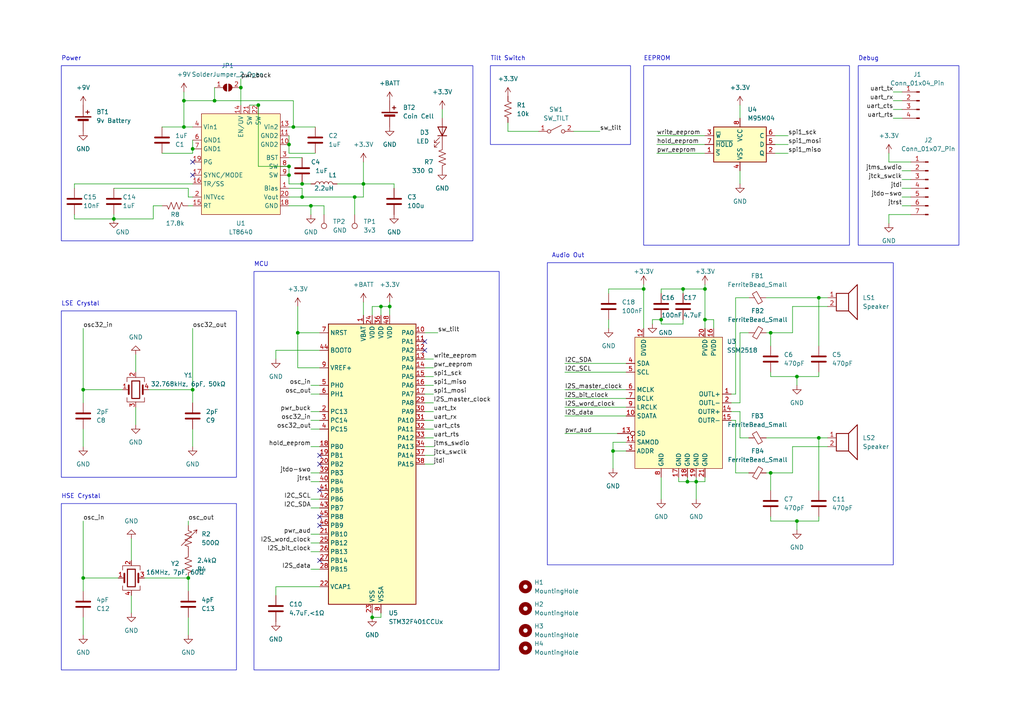
<source format=kicad_sch>
(kicad_sch (version 20230121) (generator eeschema)
  (paper "A4")
  (lib_symbols
    (symbol "Connector:Conn_01x04_Pin" (pin_names (offset 1.016) hide)
      (property "Reference" "J" (at 0 5.08 0))
      (property "Value" "Conn_01x04_Pin" (at 0 -7.62 0))
      (symbol "Conn_01x04_Pin_1_1"
        (pin passive line (at 5.08 2.54 180) (length 3.81) (name "Pin_1") (number "1"))
        (pin passive line (at 5.08 0 180) (length 3.81) (name "Pin_2") (number "2"))
        (pin passive line (at 5.08 -2.54 180) (length 3.81) (name "Pin_3") (number "3"))
        (pin passive line (at 5.08 -5.08 180) (length 3.81) (name "Pin_4") (number "4"))
      )
    )
    (symbol "Connector:Conn_01x07_Pin" (pin_names (offset 1.016) hide)
      (property "Reference" "J" (at 0 10.16 0))
      (property "Value" "Conn_01x07_Pin" (at 0 -10.16 0))
      (symbol "Conn_01x07_Pin_1_1"
        (pin passive line (at 5.08 7.62 180) (length 3.81) (name "Pin_1") (number "1"))
        (pin passive line (at 5.08 5.08 180) (length 3.81) (name "Pin_2") (number "2"))
        (pin passive line (at 5.08 2.54 180) (length 3.81) (name "Pin_3") (number "3"))
        (pin passive line (at 5.08 0 180) (length 3.81) (name "Pin_4") (number "4"))
        (pin passive line (at 5.08 -2.54 180) (length 3.81) (name "Pin_5") (number "5"))
        (pin passive line (at 5.08 -5.08 180) (length 3.81) (name "Pin_6") (number "6"))
        (pin passive line (at 5.08 -7.62 180) (length 3.81) (name "Pin_7") (number "7"))
      )
    )
    (symbol "Connector:TestPoint" (pin_numbers hide) (pin_names (offset 0.762) hide)
      (property "Reference" "TP" (at 0 6.858 0))
      (property "Value" "TestPoint" (at 0 5.08 0))
      (symbol "TestPoint_1_1"
        (pin passive line (at 0 0 90) (length 2.54) (name "1") (number "1"))
      )
    )
    (symbol "Device:Battery_Cell" (pin_numbers hide) (pin_names (offset 0) hide)
      (property "Reference" "BT" (at 2.54 2.54 0))
      (property "Value" "Battery_Cell" (at 2.54 0 0))
      (symbol "Battery_Cell_1_1"
        (pin passive line (at 0 5.08 270) (length 2.54) (name "+") (number "1"))
        (pin passive line (at 0 -2.54 90) (length 2.54) (name "-") (number "2"))
      )
    )
    (symbol "Device:C" (pin_numbers hide) (pin_names (offset 0.254))
      (property "Reference" "C" (at 0.635 2.54 0))
      (property "Value" "C" (at 0.635 -2.54 0))
      (symbol "C_1_1"
        (pin passive line (at 0 3.81 270) (length 2.794) (name "~") (number "1"))
        (pin passive line (at 0 -3.81 90) (length 2.794) (name "~") (number "2"))
      )
    )
    (symbol "Device:Crystal_GND23" (pin_names (offset 1.016) hide)
      (property "Reference" "Y" (at 3.175 5.08 0))
      (property "Value" "Crystal_GND23" (at 3.175 3.175 0))
      (symbol "Crystal_GND23_1_1"
        (pin passive line (at -3.81 0 0) (length 1.27) (name "1") (number "1"))
        (pin passive line (at 0 5.08 270) (length 1.27) (name "2") (number "2"))
        (pin passive line (at 0 -5.08 90) (length 1.27) (name "3") (number "3"))
        (pin passive line (at 3.81 0 180) (length 1.27) (name "4") (number "4"))
      )
    )
    (symbol "Device:Crystal_GND24" (pin_names (offset 1.016) hide)
      (property "Reference" "Y" (at 3.175 5.08 0))
      (property "Value" "Crystal_GND24" (at 3.175 3.175 0))
      (symbol "Crystal_GND24_1_1"
        (pin passive line (at -3.81 0 0) (length 1.27) (name "1") (number "1"))
        (pin passive line (at 0 5.08 270) (length 1.27) (name "2") (number "2"))
        (pin passive line (at 3.81 0 180) (length 1.27) (name "3") (number "3"))
        (pin passive line (at 0 -5.08 90) (length 1.27) (name "4") (number "4"))
      )
    )
    (symbol "Device:FerriteBead_Small" (pin_numbers hide) (pin_names (offset 0))
      (property "Reference" "FB" (at 1.905 1.27 0))
      (property "Value" "FerriteBead_Small" (at 1.905 -1.27 0))
      (symbol "FerriteBead_Small_1_1"
        (pin passive line (at 0 2.54 270) (length 1.27) (name "~") (number "1"))
        (pin passive line (at 0 -2.54 90) (length 1.27) (name "~") (number "2"))
      )
    )
    (symbol "Device:L" (pin_numbers hide) (pin_names (offset 1.016) hide)
      (property "Reference" "L" (at -1.27 0 90))
      (property "Value" "L" (at 1.905 0 90))
      (symbol "L_1_1"
        (pin passive line (at 0 3.81 270) (length 1.27) (name "1") (number "1"))
        (pin passive line (at 0 -3.81 90) (length 1.27) (name "2") (number "2"))
      )
    )
    (symbol "Device:LED" (pin_numbers hide) (pin_names (offset 1.016) hide)
      (property "Reference" "D" (at 0 2.54 0))
      (property "Value" "LED" (at 0 -2.54 0))
      (symbol "LED_1_1"
        (pin passive line (at -3.81 0 0) (length 2.54) (name "K") (number "1"))
        (pin passive line (at 3.81 0 180) (length 2.54) (name "A") (number "2"))
      )
    )
    (symbol "Device:R_US" (pin_numbers hide) (pin_names (offset 0))
      (property "Reference" "R" (at 2.54 0 90))
      (property "Value" "R_US" (at -2.54 0 90))
      (symbol "R_US_1_1"
        (pin passive line (at 0 3.81 270) (length 1.27) (name "~") (number "1"))
        (pin passive line (at 0 -3.81 90) (length 1.27) (name "~") (number "2"))
      )
    )
    (symbol "Device:R_Variable_US" (pin_numbers hide) (pin_names (offset 0))
      (property "Reference" "R" (at 2.54 -2.54 90))
      (property "Value" "R_Variable_US" (at -2.54 -1.27 90))
      (symbol "R_Variable_US_1_1"
        (pin passive line (at 0 3.81 270) (length 1.27) (name "~") (number "1"))
        (pin passive line (at 0 -3.81 90) (length 1.27) (name "~") (number "2"))
      )
    )
    (symbol "Device:Speaker" (pin_names (offset 0) hide)
      (property "Reference" "LS" (at 1.27 5.715 0))
      (property "Value" "Speaker" (at 1.27 3.81 0))
      (symbol "Speaker_1_1"
        (pin input line (at -5.08 0 0) (length 2.54) (name "1") (number "1"))
        (pin input line (at -5.08 -2.54 0) (length 2.54) (name "2") (number "2"))
      )
    )
    (symbol "Jumper:SolderJumper_2_Open" (pin_names (offset 0) hide)
      (property "Reference" "JP" (at 0 2.032 0))
      (property "Value" "SolderJumper_2_Open" (at 0 -2.54 0))
      (symbol "SolderJumper_2_Open_1_1"
        (pin passive line (at -3.81 0 0) (length 2.54) (name "A") (number "1"))
        (pin passive line (at 3.81 0 180) (length 2.54) (name "B") (number "2"))
      )
    )
    (symbol "MCU_ST_STM32F4:STM32F401CCUx"
      (property "Reference" "U" (at -12.7 41.91 0))
      (property "Value" "STM32F401CCUx" (at 7.62 41.91 0))
      (symbol "STM32F401CCUx_1_1"
        (pin power_in line (at -2.54 43.18 270) (length 2.54) (name "VBAT") (number "1"))
        (pin bidirectional line (at 15.24 38.1 180) (length 2.54) (name "PA0") (number "10"))
        (pin bidirectional line (at 15.24 35.56 180) (length 2.54) (name "PA1") (number "11"))
        (pin bidirectional line (at 15.24 33.02 180) (length 2.54) (name "PA2") (number "12"))
        (pin bidirectional line (at 15.24 30.48 180) (length 2.54) (name "PA3") (number "13"))
        (pin bidirectional line (at 15.24 27.94 180) (length 2.54) (name "PA4") (number "14"))
        (pin bidirectional line (at 15.24 25.4 180) (length 2.54) (name "PA5") (number "15"))
        (pin bidirectional line (at 15.24 22.86 180) (length 2.54) (name "PA6") (number "16"))
        (pin bidirectional line (at 15.24 20.32 180) (length 2.54) (name "PA7") (number "17"))
        (pin bidirectional line (at -15.24 5.08 0) (length 2.54) (name "PB0") (number "18"))
        (pin bidirectional line (at -15.24 2.54 0) (length 2.54) (name "PB1") (number "19"))
        (pin bidirectional line (at -15.24 15.24 0) (length 2.54) (name "PC13") (number "2"))
        (pin bidirectional line (at -15.24 0 0) (length 2.54) (name "PB2") (number "20"))
        (pin bidirectional line (at -15.24 -20.32 0) (length 2.54) (name "PB10") (number "21"))
        (pin power_out line (at -15.24 -35.56 0) (length 2.54) (name "VCAP1") (number "22"))
        (pin power_in line (at 0 -43.18 90) (length 2.54) (name "VSS") (number "23"))
        (pin power_in line (at 0 43.18 270) (length 2.54) (name "VDD") (number "24"))
        (pin bidirectional line (at -15.24 -22.86 0) (length 2.54) (name "PB12") (number "25"))
        (pin bidirectional line (at -15.24 -25.4 0) (length 2.54) (name "PB13") (number "26"))
        (pin bidirectional line (at -15.24 -27.94 0) (length 2.54) (name "PB14") (number "27"))
        (pin bidirectional line (at -15.24 -30.48 0) (length 2.54) (name "PB15") (number "28"))
        (pin bidirectional line (at 15.24 17.78 180) (length 2.54) (name "PA8") (number "29"))
        (pin bidirectional line (at -15.24 12.7 0) (length 2.54) (name "PC14") (number "3"))
        (pin bidirectional line (at 15.24 15.24 180) (length 2.54) (name "PA9") (number "30"))
        (pin bidirectional line (at 15.24 12.7 180) (length 2.54) (name "PA10") (number "31"))
        (pin bidirectional line (at 15.24 10.16 180) (length 2.54) (name "PA11") (number "32"))
        (pin bidirectional line (at 15.24 7.62 180) (length 2.54) (name "PA12") (number "33"))
        (pin bidirectional line (at 15.24 5.08 180) (length 2.54) (name "PA13") (number "34"))
        (pin passive line (at 0 -43.18 90) (length 2.54) hide (name "VSS") (number "35"))
        (pin power_in line (at 2.54 43.18 270) (length 2.54) (name "VDD") (number "36"))
        (pin bidirectional line (at 15.24 2.54 180) (length 2.54) (name "PA14") (number "37"))
        (pin bidirectional line (at 15.24 0 180) (length 2.54) (name "PA15") (number "38"))
        (pin bidirectional line (at -15.24 -2.54 0) (length 2.54) (name "PB3") (number "39"))
        (pin bidirectional line (at -15.24 10.16 0) (length 2.54) (name "PC15") (number "4"))
        (pin bidirectional line (at -15.24 -5.08 0) (length 2.54) (name "PB4") (number "40"))
        (pin bidirectional line (at -15.24 -7.62 0) (length 2.54) (name "PB5") (number "41"))
        (pin bidirectional line (at -15.24 -10.16 0) (length 2.54) (name "PB6") (number "42"))
        (pin bidirectional line (at -15.24 -12.7 0) (length 2.54) (name "PB7") (number "43"))
        (pin input line (at -15.24 33.02 0) (length 2.54) (name "BOOT0") (number "44"))
        (pin bidirectional line (at -15.24 -15.24 0) (length 2.54) (name "PB8") (number "45"))
        (pin bidirectional line (at -15.24 -17.78 0) (length 2.54) (name "PB9") (number "46"))
        (pin passive line (at 0 -43.18 90) (length 2.54) hide (name "VSS") (number "47"))
        (pin power_in line (at 5.08 43.18 270) (length 2.54) (name "VDD") (number "48"))
        (pin passive line (at 0 -43.18 90) (length 2.54) hide (name "VSS") (number "49"))
        (pin bidirectional line (at -15.24 22.86 0) (length 2.54) (name "PH0") (number "5"))
        (pin bidirectional line (at -15.24 20.32 0) (length 2.54) (name "PH1") (number "6"))
        (pin input line (at -15.24 38.1 0) (length 2.54) (name "NRST") (number "7"))
        (pin power_in line (at 2.54 -43.18 90) (length 2.54) (name "VSSA") (number "8"))
        (pin input line (at -15.24 27.94 0) (length 2.54) (name "VREF+") (number "9"))
      )
    )
    (symbol "Mechanical:MountingHole" (pin_names (offset 1.016))
      (property "Reference" "H" (at 0 5.08 0))
      (property "Value" "MountingHole" (at 0 3.175 0))
    )
    (symbol "Memory_EEPROM:M95256-WMN6P"
      (property "Reference" "U" (at -7.62 6.35 0))
      (property "Value" "M95256-WMN6P" (at 2.54 -6.35 0))
      (symbol "M95256-WMN6P_1_1"
        (pin input line (at -10.16 -2.54 0) (length 2.54) (name "~{S}") (number "1"))
        (pin output line (at 10.16 -2.54 180) (length 2.54) (name "Q") (number "2"))
        (pin input line (at -10.16 2.54 0) (length 2.54) (name "~{W}") (number "3"))
        (pin power_in line (at 0 -7.62 90) (length 2.54) (name "VSS") (number "4"))
        (pin input line (at 10.16 0 180) (length 2.54) (name "D") (number "5"))
        (pin input line (at 10.16 2.54 180) (length 2.54) (name "C") (number "6"))
        (pin input line (at -10.16 0 0) (length 2.54) (name "~{HOLD}") (number "7"))
        (pin power_in line (at 0 7.62 270) (length 2.54) (name "VCC") (number "8"))
      )
    )
    (symbol "Switch:SW_SPST" (pin_names (offset 0) hide)
      (property "Reference" "SW" (at 0 3.175 0))
      (property "Value" "SW_SPST" (at 0 -2.54 0))
      (symbol "SW_SPST_1_1"
        (pin passive line (at -5.08 0 0) (length 2.54) (name "A") (number "1"))
        (pin passive line (at 5.08 0 180) (length 2.54) (name "B") (number "2"))
      )
    )
    (symbol "paul:LT8640"
      (property "Reference" "U1" (at 0 -19.05 0))
      (property "Value" "LT8640" (at 0 -21.59 0))
      (symbol "LT8640_0_0"
        (pin input line (at 13.97 -8.89 180) (length 2.54) (name "Bias") (number "1"))
        (pin open_emitter line (at 13.97 3.81 180) (length 2.54) (name "GND2") (number "10"))
        (pin open_emitter line (at 13.97 6.35 180) (length 2.54) (name "GND2") (number "11"))
        (pin power_in line (at 13.97 8.89 180) (length 2.54) (name "Vin2") (number "13"))
        (pin input line (at 0 15.24 270) (length 2.54) (name "EN/UV") (number "14"))
        (pin power_in line (at -13.97 -13.97 0) (length 2.54) (name "RT") (number "15"))
        (pin input line (at -13.97 -7.62 0) (length 2.54) (name "TR/SS") (number "16"))
        (pin input line (at -13.97 -5.08 0) (length 2.54) (name "SYNC/MODE") (number "17"))
        (pin power_in line (at 13.97 -13.97 180) (length 2.54) (name "GND") (number "18"))
        (pin open_collector line (at -13.97 -1.27 0) (length 2.54) (name "PG") (number "19"))
        (pin power_in line (at -13.97 -11.43 0) (length 2.54) (name "INTVcc") (number "2"))
        (pin power_out line (at 13.97 -11.43 180) (length 2.54) (name "Vout") (number "20"))
        (pin power_out line (at 2.54 15.24 270) (length 2.54) (name "SW") (number "21"))
        (pin power_out line (at 5.08 15.24 270) (length 2.54) (name "SW") (number "22"))
        (pin power_in line (at 13.97 0 180) (length 2.54) (name "BST") (number "3"))
        (pin power_in line (at -13.97 8.89 0) (length 2.54) (name "Vin1") (number "4"))
        (pin open_emitter line (at -13.97 5.08 0) (length 2.54) (name "GND1") (number "6"))
        (pin open_emitter line (at -13.97 2.54 0) (length 2.54) (name "GND1") (number "7"))
        (pin power_out line (at 13.97 -2.54 180) (length 2.54) (name "SW") (number "8"))
        (pin power_out line (at 13.97 -5.08 180) (length 2.54) (name "SW") (number "9"))
      )
    )
    (symbol "paul:SSM2518"
      (property "Reference" "U3" (at 13.97 16.51 0))
      (property "Value" "SSM2518" (at 13.97 13.97 0))
      (symbol "SSM2518_0_0"
        (pin output line (at 15.24 1.27 180) (length 2.54) (name "OUTL+") (number "1"))
        (pin input line (at -15.24 -5.08 0) (length 2.54) (name "SDATA") (number "10"))
        (pin input line (at -15.24 -12.7 0) (length 2.54) (name "SAMOD") (number "11"))
        (pin power_in line (at -10.16 20.32 270) (length 2.54) (name "DVDD") (number "12"))
        (pin output line (at 15.24 -3.81 180) (length 2.54) (name "OUTR+") (number "14"))
        (pin output line (at 15.24 -6.35 180) (length 2.54) (name "OUTR-") (number "15"))
        (pin power_in line (at 10.16 20.32 270) (length 2.54) (name "PVDD") (number "16"))
        (pin power_in line (at 0 -22.86 90) (length 2.54) (name "GND") (number "17"))
        (pin power_in line (at 2.54 -22.86 90) (length 2.54) (name "GND") (number "18"))
        (pin power_in line (at 5.08 -22.86 90) (length 2.54) (name "GND") (number "19"))
        (pin output line (at 15.24 -1.27 180) (length 2.54) (name "OUTL-") (number "2"))
        (pin power_in line (at 7.62 20.32 270) (length 2.54) (name "PVDD") (number "20"))
        (pin input line (at -15.24 -15.24 0) (length 2.54) (name "ADDR") (number "3"))
        (pin bidirectional line (at -15.24 10.16 0) (length 2.54) (name "SDA") (number "4"))
        (pin input line (at -15.24 7.62 0) (length 2.54) (name "SCL") (number "5"))
        (pin input line (at -15.24 2.54 0) (length 2.54) (name "MCLK") (number "6"))
        (pin input line (at -15.24 0 0) (length 2.54) (name "BCLK") (number "7"))
        (pin power_in line (at -5.08 -22.86 90) (length 2.54) (name "GND") (number "8"))
        (pin input line (at -15.24 -2.54 0) (length 2.54) (name "LRCLK") (number "9"))
      )
      (symbol "SSM2518_1_0"
        (pin input inverted (at -17.78 -10.16 0) (length 5.08) (name "SD") (number "13"))
        (pin passive line (at 7.62 -22.86 90) (length 2.54) (name "GND") (number "21"))
      )
    )
    (symbol "power:+3.3V" (power) (pin_names (offset 0))
      (property "Value" "+3.3V" (at 0 3.556 0))
      (symbol "+3.3V_1_1"
        (pin power_in line (at 0 0 90) (length 0) hide (name "+3.3V") (number "1"))
      )
    )
    (symbol "power:+9V" (power) (pin_names (offset 0))
      (property "Value" "+9V" (at 0 3.556 0))
      (symbol "+9V_1_1"
        (pin power_in line (at 0 0 90) (length 0) hide (name "+9V") (number "1"))
      )
    )
    (symbol "power:+BATT" (power) (pin_names (offset 0))
      (property "Value" "+BATT" (at 0 3.556 0))
      (symbol "+BATT_1_1"
        (pin power_in line (at 0 0 90) (length 0) hide (name "+BATT") (number "1"))
      )
    )
    (symbol "power:GND" (power) (pin_names (offset 0))
      (property "Value" "GND" (at 0 -3.81 0))
      (symbol "GND_1_1"
        (pin power_in line (at 0 0 270) (length 0) hide (name "GND") (number "1"))
      )
    )
  )
  (junction (at 83.82 41.91))
  (junction (at 54.61 167.64))
  (junction (at 83.82 50.8))
  (junction (at 223.52 137.16))
  (junction (at 177.8 130.81))
  (junction (at 24.13 113.03))
  (junction (at 186.69 83.82))
  (junction (at 231.14 151.13))
  (junction (at 102.87 57.15))
  (junction (at 33.02 63.5))
  (junction (at 85.09 36.83))
  (junction (at 191.77 92.71))
  (junction (at 90.17 59.69))
  (junction (at 201.93 139.7))
  (junction (at 199.39 139.7))
  (junction (at 107.95 179.07))
  (junction (at 113.03 88.9))
  (junction (at 237.49 86.36))
  (junction (at 231.14 109.22))
  (junction (at 74.93 30.48))
  (junction (at 110.49 88.9))
  (junction (at 86.36 96.52))
  (junction (at 55.88 113.03))
  (junction (at 83.82 48.26))
  (junction (at 223.52 96.52))
  (junction (at 237.49 127))
  (junction (at 53.34 29.21))
  (junction (at 204.47 83.82))
  (junction (at 105.41 53.34))
  (junction (at 53.34 36.83))
  (junction (at 55.88 43.18))
  (junction (at 204.47 92.71))
  (junction (at 198.12 83.82))
  (junction (at 87.63 57.15))
  (junction (at 69.85 25.4))
  (junction (at 87.63 53.34))
  (junction (at 24.13 167.64))
  (junction (at 62.23 29.21))
  (no_connect (at 123.19 99.06))
  (no_connect (at 55.88 46.99))
  (no_connect (at 92.71 162.56))
  (no_connect (at 123.19 101.6))
  (no_connect (at 92.71 142.24))
  (no_connect (at 55.88 50.8))
  (no_connect (at 92.71 132.08))
  (no_connect (at 92.71 134.62))
  (no_connect (at 92.71 152.4))
  (no_connect (at 92.71 149.86))
  (wire (pts (xy 114.3 53.34) (xy 105.41 53.34)))
  (wire (pts (xy 83.82 45.72) (xy 87.63 45.72)))
  (wire (pts (xy 43.18 113.03) (xy 55.88 113.03)))
  (wire (pts (xy 90.17 160.02) (xy 92.71 160.02)))
  (wire (pts (xy 191.77 85.09) (xy 191.77 83.82)))
  (wire (pts (xy 55.88 124.46) (xy 55.88 129.54)))
  (wire (pts (xy 186.69 83.82) (xy 186.69 95.25)))
  (wire (pts (xy 39.37 118.11) (xy 39.37 123.19)))
  (wire (pts (xy 199.39 138.43) (xy 199.39 139.7)))
  (wire (pts (xy 72.39 30.48) (xy 74.93 30.48)))
  (wire (pts (xy 222.25 96.52) (xy 223.52 96.52)))
  (wire (pts (xy 83.82 36.83) (xy 85.09 36.83)))
  (wire (pts (xy 55.88 113.03) (xy 55.88 116.84)))
  (wire (pts (xy 231.14 151.13) (xy 231.14 153.67)))
  (wire (pts (xy 224.79 44.45) (xy 228.6 44.45)))
  (wire (pts (xy 90.17 121.92) (xy 92.71 121.92)))
  (wire (pts (xy 147.32 35.56) (xy 147.32 38.1)))
  (wire (pts (xy 24.13 179.07) (xy 24.13 184.15)))
  (wire (pts (xy 231.14 111.76) (xy 231.14 109.22)))
  (wire (pts (xy 74.93 30.48) (xy 74.93 48.26)))
  (wire (pts (xy 207.01 95.25) (xy 207.01 92.71)))
  (wire (pts (xy 191.77 93.98) (xy 198.12 93.98)))
  (wire (pts (xy 213.36 121.92) (xy 212.09 121.92)))
  (wire (pts (xy 259.08 26.67) (xy 261.62 26.67)))
  (wire (pts (xy 191.77 83.82) (xy 198.12 83.82)))
  (wire (pts (xy 237.49 127) (xy 237.49 142.24)))
  (wire (pts (xy 83.82 41.91) (xy 83.82 44.45)))
  (wire (pts (xy 223.52 96.52) (xy 223.52 100.33)))
  (wire (pts (xy 86.36 96.52) (xy 86.36 106.68)))
  (wire (pts (xy 54.61 167.64) (xy 54.61 171.45)))
  (wire (pts (xy 90.17 59.69) (xy 93.98 59.69)))
  (wire (pts (xy 54.61 59.69) (xy 55.88 59.69)))
  (wire (pts (xy 214.63 96.52) (xy 214.63 116.84)))
  (wire (pts (xy 204.47 83.82) (xy 204.47 82.55)))
  (wire (pts (xy 92.71 170.18) (xy 80.01 170.18)))
  (wire (pts (xy 110.49 179.07) (xy 107.95 179.07)))
  (wire (pts (xy 90.17 53.34) (xy 87.63 53.34)))
  (wire (pts (xy 123.19 114.3) (xy 125.73 114.3)))
  (wire (pts (xy 21.59 53.34) (xy 55.88 53.34)))
  (wire (pts (xy 163.83 105.41) (xy 181.61 105.41)))
  (wire (pts (xy 123.19 109.22) (xy 125.73 109.22)))
  (wire (pts (xy 105.41 46.99) (xy 105.41 53.34)))
  (wire (pts (xy 107.95 88.9) (xy 110.49 88.9)))
  (wire (pts (xy 191.77 92.71) (xy 191.77 93.98)))
  (wire (pts (xy 90.17 111.76) (xy 92.71 111.76)))
  (wire (pts (xy 83.82 44.45) (xy 91.44 44.45)))
  (wire (pts (xy 214.63 127) (xy 217.17 127)))
  (wire (pts (xy 204.47 92.71) (xy 204.47 83.82)))
  (wire (pts (xy 125.73 132.08) (xy 123.19 132.08)))
  (wire (pts (xy 240.03 88.9) (xy 229.87 88.9)))
  (wire (pts (xy 213.36 114.3) (xy 212.09 114.3)))
  (wire (pts (xy 38.1 156.21) (xy 38.1 162.56)))
  (wire (pts (xy 177.8 130.81) (xy 177.8 135.89)))
  (wire (pts (xy 191.77 138.43) (xy 191.77 144.78)))
  (wire (pts (xy 41.91 167.64) (xy 54.61 167.64)))
  (wire (pts (xy 69.85 25.4) (xy 69.85 30.48)))
  (wire (pts (xy 222.25 86.36) (xy 237.49 86.36)))
  (wire (pts (xy 90.17 139.7) (xy 92.71 139.7)))
  (wire (pts (xy 90.17 147.32) (xy 92.71 147.32)))
  (wire (pts (xy 177.8 130.81) (xy 181.61 130.81)))
  (wire (pts (xy 114.3 53.34) (xy 114.3 54.61)))
  (wire (pts (xy 54.61 57.15) (xy 55.88 57.15)))
  (wire (pts (xy 90.17 124.46) (xy 92.71 124.46)))
  (wire (pts (xy 86.36 88.9) (xy 86.36 96.52)))
  (wire (pts (xy 44.45 59.69) (xy 44.45 63.5)))
  (wire (pts (xy 259.08 29.21) (xy 261.62 29.21)))
  (wire (pts (xy 186.69 83.82) (xy 176.53 83.82)))
  (wire (pts (xy 110.49 88.9) (xy 110.49 91.44)))
  (wire (pts (xy 237.49 149.86) (xy 237.49 151.13)))
  (wire (pts (xy 24.13 151.13) (xy 24.13 167.64)))
  (wire (pts (xy 110.49 177.8) (xy 110.49 179.07)))
  (wire (pts (xy 214.63 119.38) (xy 212.09 119.38)))
  (wire (pts (xy 38.1 172.72) (xy 38.1 177.8)))
  (wire (pts (xy 90.17 137.16) (xy 92.71 137.16)))
  (wire (pts (xy 86.36 96.52) (xy 92.71 96.52)))
  (wire (pts (xy 102.87 57.15) (xy 105.41 57.15)))
  (wire (pts (xy 229.87 129.54) (xy 240.03 129.54)))
  (wire (pts (xy 181.61 128.27) (xy 177.8 128.27)))
  (wire (pts (xy 223.52 137.16) (xy 223.52 142.24)))
  (wire (pts (xy 93.98 59.69) (xy 93.98 62.23)))
  (wire (pts (xy 237.49 86.36) (xy 240.03 86.36)))
  (wire (pts (xy 125.73 119.38) (xy 123.19 119.38)))
  (wire (pts (xy 264.16 62.23) (xy 257.81 62.23)))
  (wire (pts (xy 90.17 119.38) (xy 92.71 119.38)))
  (wire (pts (xy 163.83 107.95) (xy 181.61 107.95)))
  (wire (pts (xy 24.13 113.03) (xy 35.56 113.03)))
  (wire (pts (xy 87.63 54.61) (xy 83.82 54.61)))
  (wire (pts (xy 261.62 49.53) (xy 264.16 49.53)))
  (wire (pts (xy 199.39 139.7) (xy 201.93 139.7)))
  (wire (pts (xy 55.88 43.18) (xy 55.88 44.45)))
  (wire (pts (xy 237.49 86.36) (xy 237.49 100.33)))
  (wire (pts (xy 80.01 101.6) (xy 80.01 104.14)))
  (wire (pts (xy 46.99 59.69) (xy 44.45 59.69)))
  (wire (pts (xy 62.23 29.21) (xy 85.09 29.21)))
  (wire (pts (xy 53.34 26.67) (xy 53.34 29.21)))
  (wire (pts (xy 125.73 127) (xy 123.19 127)))
  (wire (pts (xy 55.88 95.25) (xy 55.88 113.03)))
  (wire (pts (xy 127 96.52) (xy 123.19 96.52)))
  (wire (pts (xy 53.34 36.83) (xy 55.88 36.83)))
  (wire (pts (xy 83.82 57.15) (xy 87.63 57.15)))
  (wire (pts (xy 223.52 149.86) (xy 223.52 151.13)))
  (wire (pts (xy 24.13 167.64) (xy 24.13 171.45)))
  (wire (pts (xy 229.87 88.9) (xy 229.87 96.52)))
  (wire (pts (xy 207.01 92.71) (xy 204.47 92.71)))
  (wire (pts (xy 257.81 62.23) (xy 257.81 64.77)))
  (wire (pts (xy 213.36 137.16) (xy 217.17 137.16)))
  (wire (pts (xy 214.63 49.53) (xy 214.63 53.34)))
  (wire (pts (xy 204.47 138.43) (xy 204.47 139.7)))
  (wire (pts (xy 163.83 120.65) (xy 181.61 120.65)))
  (wire (pts (xy 177.8 128.27) (xy 177.8 130.81)))
  (wire (pts (xy 231.14 109.22) (xy 223.52 109.22)))
  (wire (pts (xy 74.93 48.26) (xy 83.82 48.26)))
  (wire (pts (xy 123.19 116.84) (xy 125.73 116.84)))
  (wire (pts (xy 163.83 118.11) (xy 181.61 118.11)))
  (wire (pts (xy 24.13 95.25) (xy 24.13 113.03)))
  (wire (pts (xy 217.17 86.36) (xy 213.36 86.36)))
  (wire (pts (xy 176.53 83.82) (xy 176.53 85.09)))
  (wire (pts (xy 163.83 115.57) (xy 181.61 115.57)))
  (wire (pts (xy 83.82 53.34) (xy 87.63 53.34)))
  (wire (pts (xy 21.59 63.5) (xy 33.02 63.5)))
  (wire (pts (xy 125.73 124.46) (xy 123.19 124.46)))
  (wire (pts (xy 105.41 87.63) (xy 105.41 91.44)))
  (wire (pts (xy 24.13 124.46) (xy 24.13 129.54)))
  (wire (pts (xy 87.63 54.61) (xy 87.63 57.15)))
  (wire (pts (xy 83.82 48.26) (xy 83.82 50.8)))
  (wire (pts (xy 237.49 127) (xy 240.03 127)))
  (wire (pts (xy 257.81 46.99) (xy 257.81 44.45)))
  (wire (pts (xy 90.17 165.1) (xy 92.71 165.1)))
  (wire (pts (xy 166.37 38.1) (xy 173.99 38.1)))
  (wire (pts (xy 33.02 63.5) (xy 44.45 63.5)))
  (wire (pts (xy 80.01 170.18) (xy 80.01 172.72)))
  (wire (pts (xy 223.52 151.13) (xy 231.14 151.13)))
  (wire (pts (xy 189.23 92.71) (xy 191.77 92.71)))
  (wire (pts (xy 90.17 62.23) (xy 90.17 59.69)))
  (wire (pts (xy 55.88 44.45) (xy 46.99 44.45)))
  (wire (pts (xy 190.5 39.37) (xy 204.47 39.37)))
  (wire (pts (xy 54.61 54.61) (xy 54.61 57.15)))
  (wire (pts (xy 83.82 39.37) (xy 83.82 41.91)))
  (wire (pts (xy 259.08 31.75) (xy 261.62 31.75)))
  (wire (pts (xy 201.93 139.7) (xy 201.93 144.78)))
  (wire (pts (xy 21.59 62.23) (xy 21.59 63.5)))
  (wire (pts (xy 113.03 88.9) (xy 113.03 91.44)))
  (wire (pts (xy 54.61 151.13) (xy 54.61 152.4)))
  (wire (pts (xy 125.73 104.14) (xy 123.19 104.14)))
  (wire (pts (xy 163.83 125.73) (xy 179.07 125.73)))
  (wire (pts (xy 213.36 86.36) (xy 213.36 114.3)))
  (wire (pts (xy 69.85 22.86) (xy 69.85 25.4)))
  (wire (pts (xy 90.17 157.48) (xy 92.71 157.48)))
  (wire (pts (xy 128.27 31.75) (xy 128.27 34.29)))
  (wire (pts (xy 33.02 62.23) (xy 33.02 63.5)))
  (wire (pts (xy 214.63 116.84) (xy 212.09 116.84)))
  (wire (pts (xy 90.17 114.3) (xy 92.71 114.3)))
  (wire (pts (xy 90.17 144.78) (xy 92.71 144.78)))
  (wire (pts (xy 223.52 137.16) (xy 229.87 137.16)))
  (wire (pts (xy 163.83 113.03) (xy 181.61 113.03)))
  (wire (pts (xy 264.16 46.99) (xy 257.81 46.99)))
  (wire (pts (xy 186.69 82.55) (xy 186.69 83.82)))
  (wire (pts (xy 214.63 127) (xy 214.63 119.38)))
  (wire (pts (xy 113.03 87.63) (xy 113.03 88.9)))
  (wire (pts (xy 54.61 179.07) (xy 54.61 184.15)))
  (wire (pts (xy 123.19 106.68) (xy 125.73 106.68)))
  (wire (pts (xy 201.93 139.7) (xy 201.93 138.43)))
  (wire (pts (xy 105.41 53.34) (xy 105.41 57.15)))
  (wire (pts (xy 222.25 127) (xy 237.49 127)))
  (wire (pts (xy 97.79 53.34) (xy 105.41 53.34)))
  (wire (pts (xy 261.62 54.61) (xy 264.16 54.61)))
  (wire (pts (xy 107.95 177.8) (xy 107.95 179.07)))
  (wire (pts (xy 196.85 139.7) (xy 199.39 139.7)))
  (wire (pts (xy 110.49 88.9) (xy 113.03 88.9)))
  (wire (pts (xy 24.13 113.03) (xy 24.13 116.84)))
  (wire (pts (xy 39.37 107.95) (xy 39.37 102.87)))
  (wire (pts (xy 102.87 57.15) (xy 102.87 62.23)))
  (wire (pts (xy 217.17 96.52) (xy 214.63 96.52)))
  (wire (pts (xy 224.79 39.37) (xy 228.6 39.37)))
  (wire (pts (xy 125.73 134.62) (xy 123.19 134.62)))
  (wire (pts (xy 223.52 109.22) (xy 223.52 107.95)))
  (wire (pts (xy 261.62 57.15) (xy 264.16 57.15)))
  (wire (pts (xy 189.23 92.71) (xy 189.23 93.98)))
  (wire (pts (xy 53.34 29.21) (xy 62.23 29.21)))
  (wire (pts (xy 92.71 101.6) (xy 80.01 101.6)))
  (wire (pts (xy 123.19 111.76) (xy 125.73 111.76)))
  (wire (pts (xy 224.79 41.91) (xy 228.6 41.91)))
  (wire (pts (xy 213.36 121.92) (xy 213.36 137.16)))
  (wire (pts (xy 53.34 29.21) (xy 53.34 36.83)))
  (wire (pts (xy 229.87 137.16) (xy 229.87 129.54)))
  (wire (pts (xy 90.17 59.69) (xy 83.82 59.69)))
  (wire (pts (xy 222.25 137.16) (xy 223.52 137.16)))
  (wire (pts (xy 231.14 109.22) (xy 237.49 109.22)))
  (wire (pts (xy 214.63 30.48) (xy 214.63 34.29)))
  (wire (pts (xy 147.32 38.1) (xy 156.21 38.1)))
  (wire (pts (xy 92.71 106.68) (xy 86.36 106.68)))
  (wire (pts (xy 229.87 96.52) (xy 223.52 96.52)))
  (wire (pts (xy 201.93 139.7) (xy 204.47 139.7)))
  (wire (pts (xy 90.17 129.54) (xy 92.71 129.54)))
  (wire (pts (xy 85.09 36.83) (xy 91.44 36.83)))
  (wire (pts (xy 237.49 151.13) (xy 231.14 151.13)))
  (wire (pts (xy 24.13 167.64) (xy 34.29 167.64)))
  (wire (pts (xy 125.73 121.92) (xy 123.19 121.92)))
  (wire (pts (xy 55.88 40.64) (xy 55.88 43.18)))
  (wire (pts (xy 90.17 154.94) (xy 92.71 154.94)))
  (wire (pts (xy 33.02 54.61) (xy 54.61 54.61)))
  (wire (pts (xy 83.82 50.8) (xy 83.82 53.34)))
  (wire (pts (xy 261.62 59.69) (xy 264.16 59.69)))
  (wire (pts (xy 85.09 36.83) (xy 85.09 29.21)))
  (wire (pts (xy 46.99 36.83) (xy 53.34 36.83)))
  (wire (pts (xy 237.49 109.22) (xy 237.49 107.95)))
  (wire (pts (xy 125.73 129.54) (xy 123.19 129.54)))
  (wire (pts (xy 190.5 44.45) (xy 204.47 44.45)))
  (wire (pts (xy 190.5 41.91) (xy 204.47 41.91)))
  (wire (pts (xy 261.62 52.07) (xy 264.16 52.07)))
  (wire (pts (xy 62.23 25.4) (xy 62.23 29.21)))
  (wire (pts (xy 198.12 83.82) (xy 204.47 83.82)))
  (wire (pts (xy 198.12 83.82) (xy 198.12 85.09)))
  (wire (pts (xy 87.63 57.15) (xy 102.87 57.15)))
  (wire (pts (xy 21.59 54.61) (xy 21.59 53.34)))
  (wire (pts (xy 204.47 92.71) (xy 204.47 95.25)))
  (wire (pts (xy 198.12 93.98) (xy 198.12 92.71)))
  (wire (pts (xy 196.85 138.43) (xy 196.85 139.7)))
  (wire (pts (xy 176.53 92.71) (xy 176.53 95.25)))
  (wire (pts (xy 107.95 88.9) (xy 107.95 91.44)))
  (wire (pts (xy 259.08 34.29) (xy 261.62 34.29)))
  (rectangle (start 142.24 19.05) (end 182.88 41.91))
  (rectangle (start 73.66 78.74) (end 144.78 194.31))
  (rectangle (start 248.92 19.05) (end 278.13 71.12))
  (rectangle (start 186.69 19.05) (end 246.38 71.12))
  (rectangle (start 17.78 19.05) (end 137.16 69.85))
  (rectangle (start 158.75 76.2) (end 259.08 163.83))
  (rectangle (start 17.78 90.17) (end 68.58 138.43))
  (rectangle (start 17.78 146.05) (end 68.58 194.31))
  (text "HSE Crystal" (at 17.78 144.78 0) (effects (font (size 1.27 1.27)) (justify left bottom)))
  (text "MCU" (at 73.66 77.47 0) (effects (font (size 1.27 1.27)) (justify left bottom)))
  (text "Power" (at 17.78 17.78 0) (effects (font (size 1.27 1.27)) (justify left bottom)))
  (text "Debug" (at 248.92 17.78 0) (effects (font (size 1.27 1.27)) (justify left bottom)))
  (text "Audio Out\n" (at 160.02 74.93 0) (effects (font (size 1.27 1.27)) (justify left bottom)))
  (text "EEPROM\n" (at 186.69 17.78 0) (effects (font (size 1.27 1.27)) (justify left bottom)))
  (text "Tilt Switch\n" (at 142.24 17.78 0) (effects (font (size 1.27 1.27)) (justify left bottom)))
  (text "LSE Crystal" (at 17.78 88.9 0) (effects (font (size 1.27 1.27)) (justify left bottom)))
  (label "jtdi" (at 261.62 54.61 180))
  (label "jtrst" (at 261.62 59.69 180))
  (label "osc_out" (at 90.17 114.3 180))
  (label "spi1_miso" (at 228.6 44.45 0))
  (label "spi1_sck" (at 125.73 109.22 0))
  (label "osc32_in" (at 24.13 95.25 0))
  (label "I2S_data" (at 163.83 120.65 0))
  (label "write_eeprom" (at 190.5 39.37 0))
  (label "osc32_out" (at 90.17 124.46 180))
  (label "jtrst" (at 90.17 139.7 180))
  (label "pwr_aud" (at 163.83 125.73 0))
  (label "hold_eeprom" (at 190.5 41.91 0))
  (label "osc32_out" (at 55.88 95.25 0))
  (label "I2C_SCL" (at 90.17 144.78 180))
  (label "pwr_buck" (at 90.17 119.38 180))
  (label "I2S_word_clock" (at 163.83 118.11 0))
  (label "I2C_SDA" (at 90.17 147.32 180))
  (label "jtck_swclk" (at 125.73 132.08 0))
  (label "I2S_bit_clock" (at 163.83 115.57 0))
  (label "pwr_buck" (at 69.85 22.86 0))
  (label "jtms_swdio" (at 125.73 129.54 0))
  (label "I2C_SDA" (at 163.83 105.41 0))
  (label "uart_rts" (at 125.73 127 0))
  (label "I2S_data" (at 90.17 165.1 180))
  (label "I2S_bit_clock" (at 90.17 160.02 180))
  (label "spi1_mosi" (at 228.6 41.91 0))
  (label "jtdi" (at 125.73 134.62 0))
  (label "uart_rx" (at 125.73 121.92 0))
  (label "uart_cts" (at 259.08 31.75 180))
  (label "jtdo-swo" (at 90.17 137.16 180))
  (label "osc_out" (at 54.61 151.13 0))
  (label "spi1_miso" (at 125.73 111.76 0))
  (label "pwr_eeprom" (at 190.5 44.45 0))
  (label "hold_eeprom" (at 90.17 129.54 180))
  (label "uart_tx" (at 259.08 26.67 180))
  (label "pwr_aud" (at 90.17 154.94 180))
  (label "uart_rts" (at 259.08 34.29 180))
  (label "I2S_master_clock" (at 125.73 116.84 0))
  (label "spi1_sck" (at 228.6 39.37 0))
  (label "osc32_in" (at 90.17 121.92 180))
  (label "uart_tx" (at 125.73 119.38 0))
  (label "sw_tilt" (at 173.99 38.1 0))
  (label "jtms_swdio" (at 261.62 49.53 180))
  (label "jtck_swclk" (at 261.62 52.07 180))
  (label "uart_rx" (at 259.08 29.21 180))
  (label "sw_tilt" (at 127 96.52 0))
  (label "write_eeprom" (at 125.73 104.14 0))
  (label "I2S_master_clock" (at 163.83 113.03 0))
  (label "osc_in" (at 90.17 111.76 180))
  (label "I2C_SCL" (at 163.83 107.95 0))
  (label "spi1_mosi" (at 125.73 114.3 0))
  (label "uart_cts" (at 125.73 124.46 0))
  (label "I2S_word_clock" (at 90.17 157.48 180))
  (label "osc_in" (at 24.13 151.13 0))
  (label "pwr_eeprom" (at 125.73 106.68 0))
  (label "jtdo-swo" (at 261.62 57.15 180))
  (symbol (lib_id "Switch:SW_SPST") (at 161.29 38.1 0) (unit 1)
    (property "Reference" "SW1" (at 161.29 31.75 0))
    (property "Value" "SW_TILT" (at 161.29 34.29 0))
    (property "Footprint" "Connector_PinHeader_2.54mm:PinHeader_1x02_P2.54mm_Vertical" (effects hide))
  )
  (symbol (lib_id "power:+3.3V") (at 105.41 46.99 0) (unit 1)
    (property "Reference" "#PWR04" (effects hide))
    (property "Value" "+3.3V" (at 105.41 41.91 0))
  )
  (symbol (lib_id "Device:C") (at 191.77 88.9 0) (unit 1)
    (property "Reference" "C16" (at 191.77 86.36 0) (effects (justify left)))
    (property "Value" "100nF" (at 191.77 91.44 0) (effects (justify left)))
    (property "Footprint" "Capacitor_SMD:C_0603_1608Metric" (effects hide))
  )
  (symbol (lib_id "power:GND") (at 39.37 123.19 0) (unit 1)
    (property "Reference" "#PWR017" (effects hide))
    (property "Value" "GND" (at 39.37 128.27 0))
  )
  (symbol (lib_id "power:+9V") (at 24.13 30.48 0) (unit 1)
    (property "Reference" "#PWR01" (effects hide))
    (property "Value" "+9V" (at 24.13 25.4 0))
  )
  (symbol (lib_id "Device:C") (at 33.02 58.42 0) (unit 1)
    (property "Reference" "C14" (at 35.56 57.15 0) (effects (justify left)))
    (property "Value" "1uF" (at 35.56 59.69 0) (effects (justify left)))
    (property "Footprint" "Capacitor_SMD:C_0603_1608Metric" (effects hide))
  )
  (symbol (lib_id "power:GND") (at 24.13 184.15 0) (unit 1)
    (property "Reference" "#PWR028" (effects hide))
    (property "Value" "GND" (at 24.13 189.23 0))
  )
  (symbol (lib_id "power:GND") (at 54.61 184.15 0) (unit 1)
    (property "Reference" "#PWR029" (effects hide))
    (property "Value" "GND" (at 54.61 189.23 0))
  )
  (symbol (lib_id "Device:C") (at 237.49 104.14 0) (unit 1)
    (property "Reference" "C5" (at 241.3 102.87 0) (effects (justify left)))
    (property "Value" "470pF" (at 241.3 105.41 0) (effects (justify left)))
    (property "Footprint" "Capacitor_SMD:C_0603_1608Metric" (effects hide))
  )
  (symbol (lib_id "Connector:TestPoint") (at 93.98 62.23 180) (unit 1)
    (property "Reference" "TP2" (at 96.52 64.262 0) (effects (justify right)))
    (property "Value" "GND" (at 96.52 66.802 0) (effects (justify right)))
    (property "Footprint" "TestPoint:TestPoint_Pad_D1.0mm" (effects hide))
  )
  (symbol (lib_id "power:+9V") (at 53.34 26.67 0) (unit 1)
    (property "Reference" "#PWR03" (effects hide))
    (property "Value" "+9V" (at 53.34 21.59 0))
  )
  (symbol (lib_id "power:+3.3V") (at 204.47 82.55 0) (unit 1)
    (property "Reference" "#PWR012" (effects hide))
    (property "Value" "+3.3V" (at 204.47 78.74 0))
  )
  (symbol (lib_id "power:+3.3V") (at 128.27 31.75 0) (unit 1)
    (property "Reference" "#PWR033" (effects hide))
    (property "Value" "+3.3V" (at 128.27 26.67 0))
  )
  (symbol (lib_id "power:GND") (at 231.14 111.76 0) (unit 1)
    (property "Reference" "#PWR014" (effects hide))
    (property "Value" "GND" (at 231.14 116.84 0))
  )
  (symbol (lib_id "Device:C") (at 223.52 146.05 0) (unit 1)
    (property "Reference" "C7" (at 227.33 144.78 0) (effects (justify left)))
    (property "Value" "470pF" (at 227.33 147.32 0) (effects (justify left)))
    (property "Footprint" "Capacitor_SMD:C_0603_1608Metric" (effects hide))
  )
  (symbol (lib_id "Device:L") (at 93.98 53.34 90) (unit 1)
    (property "Reference" "L1" (at 96.52 50.8 90))
    (property "Value" "2.2uH" (at 93.98 54.61 90))
    (property "Footprint" "Inductor_SMD:L_Bourns-SRN8040_8x8.15mm" (effects hide))
  )
  (symbol (lib_id "Mechanical:MountingHole") (at 152.4 176.53 0) (unit 1)
    (property "Reference" "H2" (at 154.94 175.26 0) (effects (justify left)))
    (property "Value" "MountingHole" (at 154.94 177.8 0) (effects (justify left)))
    (property "Footprint" "MountingHole:MountingHole_2.7mm_M2.5" (effects hide))
  )
  (symbol (lib_id "Memory_EEPROM:M95256-WMN6P") (at 214.63 41.91 0) (unit 1)
    (property "Reference" "U4" (at 216.8241 31.75 0) (effects (justify left)))
    (property "Value" "M95M04" (at 216.8241 34.29 0) (effects (justify left)))
    (property "Footprint" "Package_SO:TSSOP-8_4.4x3mm_P0.65mm" (effects hide))
    (property "Datasheet" "http://www.st.com/content/ccc/resource/technical/document/datasheet/9d/75/f0/3e/76/00/4c/0b/CD00103810.pdf/files/CD00103810.pdf/jcr:content/translations/en.CD00103810.pdf" (effects hide))
  )
  (symbol (lib_id "Device:C") (at 55.88 120.65 0) (mirror x) (unit 1)
    (property "Reference" "C9" (at 59.69 121.92 0) (effects (justify left)))
    (property "Value" "2pF" (at 59.69 119.38 0) (effects (justify left)))
    (property "Footprint" "Capacitor_SMD:C_0603_1608Metric" (effects hide))
  )
  (symbol (lib_id "Device:C") (at 24.13 120.65 0) (mirror x) (unit 1)
    (property "Reference" "C8" (at 27.94 121.92 0) (effects (justify left)))
    (property "Value" "2pF" (at 27.94 119.38 0) (effects (justify left)))
    (property "Footprint" "Capacitor_SMD:C_0603_1608Metric" (effects hide))
  )
  (symbol (lib_id "Device:C") (at 54.61 175.26 0) (mirror x) (unit 1)
    (property "Reference" "C13" (at 58.42 176.53 0) (effects (justify left)))
    (property "Value" "4pF" (at 58.42 173.99 0) (effects (justify left)))
    (property "Footprint" "Capacitor_SMD:C_0603_1608Metric" (effects hide))
  )
  (symbol (lib_id "Device:R_US") (at 147.32 31.75 0) (unit 1)
    (property "Reference" "R1" (at 149.86 30.48 0) (effects (justify left)))
    (property "Value" "10k" (at 149.86 33.02 0) (effects (justify left)))
    (property "Footprint" "Resistor_SMD:R_0603_1608Metric" (effects hide))
  )
  (symbol (lib_id "power:GND") (at 80.01 180.34 0) (unit 1)
    (property "Reference" "#PWR021" (effects hide))
    (property "Value" "GND" (at 80.01 185.42 0))
  )
  (symbol (lib_id "power:GND") (at 176.53 95.25 0) (unit 1)
    (property "Reference" "#PWR027" (effects hide))
    (property "Value" "GND" (at 176.53 100.33 0))
  )
  (symbol (lib_id "Mechanical:MountingHole") (at 152.4 170.18 0) (unit 1)
    (property "Reference" "H1" (at 154.94 168.91 0) (effects (justify left)))
    (property "Value" "MountingHole" (at 154.94 171.45 0) (effects (justify left)))
    (property "Footprint" "MountingHole:MountingHole_2.7mm_M2.5" (effects hide))
  )
  (symbol (lib_id "power:GND") (at 38.1 177.8 0) (unit 1)
    (property "Reference" "#PWR036" (effects hide))
    (property "Value" "GND" (at 38.1 182.88 0))
  )
  (symbol (lib_id "power:+3.3V") (at 257.81 44.45 0) (unit 1)
    (property "Reference" "#PWR035" (effects hide))
    (property "Value" "+3.3V" (at 257.81 39.37 0))
  )
  (symbol (lib_id "Mechanical:MountingHole") (at 152.4 187.96 0) (unit 1)
    (property "Reference" "H4" (at 154.94 186.69 0) (effects (justify left)))
    (property "Value" "MountingHole" (at 154.94 189.23 0) (effects (justify left)))
    (property "Footprint" "MountingHole:MountingHole_2.7mm_M2.5" (effects hide))
  )
  (symbol (lib_id "power:+3.3V") (at 113.03 87.63 0) (unit 1)
    (property "Reference" "#PWR018" (effects hide))
    (property "Value" "+3.3V" (at 113.03 82.55 0))
  )
  (symbol (lib_id "power:GND") (at 55.88 129.54 0) (unit 1)
    (property "Reference" "#PWR025" (effects hide))
    (property "Value" "GND" (at 55.88 134.62 0))
  )
  (symbol (lib_id "Device:FerriteBead_Small") (at 219.71 96.52 270) (unit 1)
    (property "Reference" "FB2" (at 219.7481 90.17 90))
    (property "Value" "FerriteBead_Small" (at 219.7481 92.71 90))
    (property "Footprint" "Inductor_SMD:L_0402_1005Metric" (effects hide))
  )
  (symbol (lib_id "power:+3.3V") (at 147.32 27.94 0) (unit 1)
    (property "Reference" "#PWR07" (effects hide))
    (property "Value" "+3.3V" (at 147.32 22.86 0))
  )
  (symbol (lib_id "Device:FerriteBead_Small") (at 219.71 137.16 270) (unit 1)
    (property "Reference" "FB4" (at 219.7481 130.81 90))
    (property "Value" "FerriteBead_Small" (at 219.7481 133.35 90))
    (property "Footprint" "Inductor_SMD:L_0402_1005Metric" (effects hide))
  )
  (symbol (lib_id "Device:Crystal_GND24") (at 38.1 167.64 0) (unit 1)
    (property "Reference" "Y2" (at 50.8 163.4491 0))
    (property "Value" "16MHz, 7pF, 60Ω" (at 50.8 165.9891 0))
    (property "Footprint" "Crystal:Crystal_SMD_3225-4Pin_3.2x2.5mm" (effects hide))
  )
  (symbol (lib_id "Connector:TestPoint") (at 102.87 62.23 180) (unit 1)
    (property "Reference" "TP1" (at 105.41 64.262 0) (effects (justify right)))
    (property "Value" "3v3" (at 105.41 66.802 0) (effects (justify right)))
    (property "Footprint" "TestPoint:TestPoint_Pad_D1.0mm" (effects hide))
  )
  (symbol (lib_id "Device:R_US") (at 128.27 45.72 0) (mirror y) (unit 1)
    (property "Reference" "R7" (at 125.73 46.99 0) (effects (justify left)))
    (property "Value" "330 Ω" (at 125.73 49.53 0) (effects (justify left)))
    (property "Footprint" "Resistor_SMD:R_0603_1608Metric" (effects hide))
  )
  (symbol (lib_id "power:GND") (at 201.93 144.78 0) (unit 1)
    (property "Reference" "#PWR015" (effects hide))
    (property "Value" "GND" (at 201.93 149.86 0))
  )
  (symbol (lib_id "power:GND") (at 90.17 62.23 0) (unit 1)
    (property "Reference" "#PWR06" (effects hide))
    (property "Value" "GND" (at 90.17 67.31 0))
  )
  (symbol (lib_id "power:GND") (at 214.63 53.34 0) (unit 1)
    (property "Reference" "#PWR08" (effects hide))
    (property "Value" "GND" (at 214.63 58.42 0))
  )
  (symbol (lib_id "Device:C") (at 223.52 104.14 0) (unit 1)
    (property "Reference" "C6" (at 227.33 102.87 0) (effects (justify left)))
    (property "Value" "470pF" (at 227.33 105.41 0) (effects (justify left)))
    (property "Footprint" "Capacitor_SMD:C_0603_1608Metric" (effects hide))
  )
  (symbol (lib_id "Device:Crystal_GND23") (at 39.37 113.03 0) (unit 1)
    (property "Reference" "Y1" (at 54.61 108.8391 0))
    (property "Value" "32.768kHz, 6pF, 50kΩ" (at 54.61 111.3791 0))
    (property "Footprint" "Crystal:Crystal_SMD_Abracon_ABS25-4Pin_8.0x3.8mm" (effects hide))
  )
  (symbol (lib_id "Device:LED") (at 128.27 38.1 270) (mirror x) (unit 1)
    (property "Reference" "D3" (at 124.46 38.4175 90) (effects (justify right)))
    (property "Value" "LED" (at 124.46 40.9575 90) (effects (justify right)))
    (property "Footprint" "LED_SMD:LED_0603_1608Metric" (effects hide))
  )
  (symbol (lib_id "Jumper:SolderJumper_2_Open") (at 66.04 25.4 0) (unit 1)
    (property "Reference" "JP1" (at 66.04 19.05 0))
    (property "Value" "SolderJumper_2_Open" (at 66.04 21.59 0))
    (property "Footprint" "Jumper:SolderJumper-2_P1.3mm_Open_Pad1.0x1.5mm" (effects hide))
  )
  (symbol (lib_id "power:+3.3V") (at 214.63 30.48 0) (unit 1)
    (property "Reference" "#PWR09" (effects hide))
    (property "Value" "+3.3V" (at 214.63 25.4 0))
  )
  (symbol (lib_id "power:GND") (at 257.81 64.77 0) (unit 1)
    (property "Reference" "#PWR039" (effects hide))
    (property "Value" "GND" (at 257.81 69.85 0))
  )
  (symbol (lib_id "Device:C") (at 46.99 40.64 0) (mirror x) (unit 1)
    (property "Reference" "C1" (at 50.8 41.91 0) (effects (justify left)))
    (property "Value" "1uF" (at 50.8 39.37 0) (effects (justify left)))
    (property "Footprint" "Capacitor_SMD:C_0603_1608Metric" (effects hide))
  )
  (symbol (lib_id "Device:C") (at 114.3 58.42 0) (unit 1)
    (property "Reference" "C3" (at 118.11 57.15 0) (effects (justify left)))
    (property "Value" "100u" (at 118.11 59.69 0) (effects (justify left)))
    (property "Footprint" "Library:Capacitor SMD 2917 (7343 Metric)" (effects hide))
  )
  (symbol (lib_id "paul:LT8640") (at 69.85 45.72 0) (unit 1)
    (property "Reference" "U1" (at 69.85 64.77 0))
    (property "Value" "LT8640" (at 69.85 67.31 0))
    (property "Footprint" "paul:LT8640" (effects hide))
  )
  (symbol (lib_id "power:GND") (at 38.1 156.21 0) (mirror x) (unit 1)
    (property "Reference" "#PWR038" (effects hide))
    (property "Value" "GND" (at 38.1 151.13 0))
  )
  (symbol (lib_id "Device:C") (at 87.63 49.53 0) (unit 1)
    (property "Reference" "C4" (at 90.17 46.99 0) (effects (justify left)))
    (property "Value" "1uF" (at 91.44 49.53 0) (effects (justify left)))
    (property "Footprint" "Capacitor_SMD:C_0603_1608Metric" (effects hide))
  )
  (symbol (lib_id "MCU_ST_STM32F4:STM32F401CCUx") (at 107.95 134.62 0) (unit 1)
    (property "Reference" "U5" (at 112.6841 177.8 0) (effects (justify left)))
    (property "Value" "STM32F401CCUx" (at 112.6841 180.34 0) (effects (justify left)))
    (property "Footprint" "Package_DFN_QFN:QFN-48-1EP_7x7mm_P0.5mm_EP5.6x5.6mm" (effects hide))
    (property "Datasheet" "https://www.st.com/resource/en/datasheet/stm32f401cc.pdf" (effects hide))
  )
  (symbol (lib_id "Device:FerriteBead_Small") (at 219.71 127 90) (mirror x) (unit 1)
    (property "Reference" "FB3" (at 219.6719 120.65 90))
    (property "Value" "FerriteBead_Small" (at 219.6719 123.19 90))
    (property "Footprint" "Inductor_SMD:L_0402_1005Metric" (effects hide))
  )
  (symbol (lib_id "Device:Battery_Cell") (at 113.03 34.29 0) (unit 1)
    (property "Reference" "BT2" (at 116.84 31.1785 0) (effects (justify left)))
    (property "Value" "Coin Cell" (at 116.84 33.7185 0) (effects (justify left)))
    (property "Footprint" "Battery:BatteryHolder_Keystone_1057_1x2032" (effects hide))
  )
  (symbol (lib_id "Device:C") (at 237.49 146.05 0) (unit 1)
    (property "Reference" "C11" (at 241.3 144.78 0) (effects (justify left)))
    (property "Value" "470pF" (at 241.3 147.32 0) (effects (justify left)))
    (property "Footprint" "Capacitor_SMD:C_0603_1608Metric" (effects hide))
  )
  (symbol (lib_id "Device:C") (at 21.59 58.42 0) (unit 1)
    (property "Reference" "C15" (at 24.13 57.15 0) (effects (justify left)))
    (property "Value" "10nF" (at 24.13 59.69 0) (effects (justify left)))
    (property "Footprint" "Capacitor_SMD:C_0603_1608Metric" (effects hide))
  )
  (symbol (lib_id "power:GND") (at 114.3 62.23 0) (unit 1)
    (property "Reference" "#PWR05" (effects hide))
    (property "Value" "GND" (at 114.3 67.31 0))
  )
  (symbol (lib_id "power:GND") (at 80.01 104.14 0) (unit 1)
    (property "Reference" "#PWR023" (effects hide))
    (property "Value" "GND" (at 80.01 109.22 0))
  )
  (symbol (lib_id "power:GND") (at 177.8 135.89 0) (unit 1)
    (property "Reference" "#PWR013" (effects hide))
    (property "Value" "GND" (at 177.8 140.97 0))
  )
  (symbol (lib_id "power:GND") (at 24.13 129.54 0) (unit 1)
    (property "Reference" "#PWR026" (effects hide))
    (property "Value" "GND" (at 24.13 134.62 0))
  )
  (symbol (lib_id "power:GND") (at 33.02 63.5 0) (unit 1)
    (property "Reference" "#PWR037" (effects hide))
    (property "Value" "GND" (at 35.56 67.31 0))
  )
  (symbol (lib_id "power:+3.3V") (at 186.69 82.55 0) (unit 1)
    (property "Reference" "#PWR010" (effects hide))
    (property "Value" "+3.3V" (at 186.69 78.74 0))
  )
  (symbol (lib_id "power:GND") (at 107.95 179.07 0) (unit 1)
    (property "Reference" "#PWR020" (effects hide))
    (property "Value" "GND" (at 107.95 184.15 0))
  )
  (symbol (lib_id "Device:Speaker") (at 245.11 86.36 0) (unit 1)
    (property "Reference" "LS1" (at 250.19 86.36 0) (effects (justify left)))
    (property "Value" "Speaker" (at 250.19 88.9 0) (effects (justify left)))
    (property "Footprint" "Connector_JST:JST_PH_B2B-PH-K_1x02_P2.00mm_Vertical" (effects hide))
  )
  (symbol (lib_id "Device:R_US") (at 54.61 163.83 0) (mirror x) (unit 1)
    (property "Reference" "R4" (at 57.15 165.1 0) (effects (justify left)))
    (property "Value" "2.4kΩ" (at 57.15 162.56 0) (effects (justify left)))
    (property "Footprint" "Resistor_SMD:R_0603_1608Metric" (effects hide))
  )
  (symbol (lib_id "power:GND") (at 24.13 38.1 0) (unit 1)
    (property "Reference" "#PWR02" (effects hide))
    (property "Value" "GND" (at 24.13 43.18 0))
  )
  (symbol (lib_id "Device:C") (at 91.44 40.64 0) (unit 1)
    (property "Reference" "C2" (at 95.25 39.37 0) (effects (justify left)))
    (property "Value" "1uF" (at 95.25 41.91 0) (effects (justify left)))
    (property "Footprint" "Capacitor_SMD:C_0603_1608Metric" (effects hide))
  )
  (symbol (lib_id "power:GND") (at 128.27 49.53 0) (unit 1)
    (property "Reference" "#PWR032" (effects hide))
    (property "Value" "GND" (at 128.27 54.61 0))
  )
  (symbol (lib_id "power:GND") (at 189.23 93.98 0) (unit 1)
    (property "Reference" "#PWR031" (effects hide))
    (property "Value" "GND" (at 193.04 96.52 0))
  )
  (symbol (lib_id "Device:C") (at 24.13 175.26 0) (mirror x) (unit 1)
    (property "Reference" "C12" (at 27.94 176.53 0) (effects (justify left)))
    (property "Value" "4pF" (at 27.94 173.99 0) (effects (justify left)))
    (property "Footprint" "Capacitor_SMD:C_0603_1608Metric" (effects hide))
  )
  (symbol (lib_id "Connector:Conn_01x07_Pin") (at 269.24 54.61 0) (mirror y) (unit 1)
    (property "Reference" "J2" (at 269.24 40.64 0))
    (property "Value" "Conn_01x07_Pin" (at 269.24 43.18 0))
    (property "Footprint" "Connector_JST:JST_PH_B7B-PH-K_1x07_P2.00mm_Vertical" (effects hide))
  )
  (symbol (lib_id "Device:C") (at 176.53 88.9 0) (unit 1)
    (property "Reference" "C18" (at 180.34 87.63 0) (effects (justify left)))
    (property "Value" "100nF" (at 180.34 90.17 0) (effects (justify left)))
    (property "Footprint" "Capacitor_SMD:C_0603_1608Metric" (effects hide))
  )
  (symbol (lib_id "Device:Speaker") (at 245.11 127 0) (unit 1)
    (property "Reference" "LS2" (at 250.19 127 0) (effects (justify left)))
    (property "Value" "Speaker" (at 250.19 129.54 0) (effects (justify left)))
    (property "Footprint" "Connector_JST:JST_PH_B2B-PH-K_1x02_P2.00mm_Vertical" (effects hide))
  )
  (symbol (lib_id "Device:C") (at 198.12 88.9 0) (unit 1)
    (property "Reference" "C17" (at 198.12 86.36 0) (effects (justify left)))
    (property "Value" "4.7uF" (at 198.12 91.44 0) (effects (justify left)))
    (property "Footprint" "Capacitor_SMD:C_0603_1608Metric" (effects hide))
  )
  (symbol (lib_id "power:GND") (at 113.03 36.83 0) (unit 1)
    (property "Reference" "#PWR024" (effects hide))
    (property "Value" "GND" (at 113.03 41.91 0))
  )
  (symbol (lib_id "Device:R_Variable_US") (at 54.61 156.21 0) (unit 1)
    (property "Reference" "R2" (at 58.42 154.9019 0) (effects (justify left)))
    (property "Value" "500Ω" (at 58.42 157.4419 0) (effects (justify left)))
    (property "Footprint" "paul:TC42 – 2 mm SMD Trimpot - Bournes" (effects hide))
  )
  (symbol (lib_id "power:+BATT") (at 113.03 29.21 0) (unit 1)
    (property "Reference" "#PWR034" (effects hide))
    (property "Value" "+BATT" (at 113.03 24.13 0))
  )
  (symbol (lib_id "Device:Battery_Cell") (at 24.13 35.56 0) (unit 1)
    (property "Reference" "BT1" (at 27.94 32.4485 0) (effects (justify left)))
    (property "Value" "9v Battery" (at 27.94 34.9885 0) (effects (justify left)))
    (property "Footprint" "Connector_JST:JST_PH_B2B-PH-K_1x02_P2.00mm_Vertical" (effects hide))
  )
  (symbol (lib_id "power:+3.3V") (at 86.36 88.9 0) (unit 1)
    (property "Reference" "#PWR019" (effects hide))
    (property "Value" "+3.3V" (at 86.36 83.82 0))
  )
  (symbol (lib_id "Device:FerriteBead_Small") (at 219.71 86.36 90) (mirror x) (unit 1)
    (property "Reference" "FB1" (at 219.6719 80.01 90))
    (property "Value" "FerriteBead_Small" (at 219.6719 82.55 90))
    (property "Footprint" "Inductor_SMD:L_0402_1005Metric" (effects hide))
  )
  (symbol (lib_id "power:+BATT") (at 105.41 87.63 0) (unit 1)
    (property "Reference" "#PWR022" (effects hide))
    (property "Value" "+BATT" (at 105.41 82.55 0))
  )
  (symbol (lib_id "paul:SSM2518") (at 196.85 115.57 0) (unit 1)
    (property "Reference" "U3" (at 210.82 99.06 0) (effects (justify left)))
    (property "Value" "SSM2518" (at 210.82 101.6 0) (effects (justify left)))
    (property "Footprint" "Package_DFN_QFN:QFN-20-1EP_4x4mm_P0.5mm_EP2.5x2.5mm" (effects hide))
  )
  (symbol (lib_id "power:GND") (at 231.14 153.67 0) (unit 1)
    (property "Reference" "#PWR016" (effects hide))
    (property "Value" "GND" (at 231.14 158.75 0))
  )
  (symbol (lib_id "Connector:Conn_01x04_Pin") (at 266.7 29.21 0) (mirror y) (unit 1)
    (property "Reference" "J1" (at 266.065 21.59 0))
    (property "Value" "Conn_01x04_Pin" (at 266.065 24.13 0))
    (property "Footprint" "Connector_JST:JST_PH_B4B-PH-K_1x04_P2.00mm_Vertical" (effects hide))
  )
  (symbol (lib_id "power:GND") (at 191.77 144.78 0) (unit 1)
    (property "Reference" "#PWR011" (effects hide))
    (property "Value" "GND" (at 191.77 149.86 0))
  )
  (symbol (lib_id "Device:R_US") (at 50.8 59.69 270) (mirror x) (unit 1)
    (property "Reference" "R8" (at 50.8 62.23 90))
    (property "Value" "17.8k" (at 50.8 64.77 90))
    (property "Footprint" "Resistor_SMD:R_0603_1608Metric" (effects hide))
  )
  (symbol (lib_id "Mechanical:MountingHole") (at 152.4 182.88 0) (unit 1)
    (property "Reference" "H3" (at 154.94 181.61 0) (effects (justify left)))
    (property "Value" "MountingHole" (at 154.94 184.15 0) (effects (justify left)))
    (property "Footprint" "MountingHole:MountingHole_2.7mm_M2.5" (effects hide))
  )
  (symbol (lib_id "Device:C") (at 80.01 176.53 0) (unit 1)
    (property "Reference" "C10" (at 83.82 175.26 0) (effects (justify left)))
    (property "Value" "4.7uF,<1Ω" (at 83.82 177.8 0) (effects (justify left)))
    (property "Footprint" "paul:1411 (3528 Metric)" (effects hide))
  )
  (symbol (lib_id "power:GND") (at 39.37 102.87 0) (mirror x) (unit 1)
    (property "Reference" "#PWR030" (effects hide))
    (property "Value" "GND" (at 39.37 97.79 0))
  )
)
</source>
